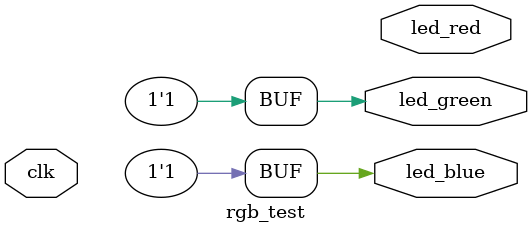
<source format=v>
module rgb_test (
        input clk,

        output led_blue, 
        output led_green,
        output led_red);

    //reset button && counter && max counter
    reg div_clk;
    reg [31:0] count;
    localparam [31:0] max_count = 6000;
    localparam led_red = 1;
    assign led_green=1;
    assign led_blue = 1;


    //count up on clock rising edge 
    always @ (posedge div_clk) begin
        led_red = ~led_red; 
    end

    always @ (posedge clk) begin
      if(count == max_count) begin
            count <= 32'b0;
            div_clk = ~div_clk;
        end else begin
            count <= count + 1;
        end
    end

endmodule

</source>
